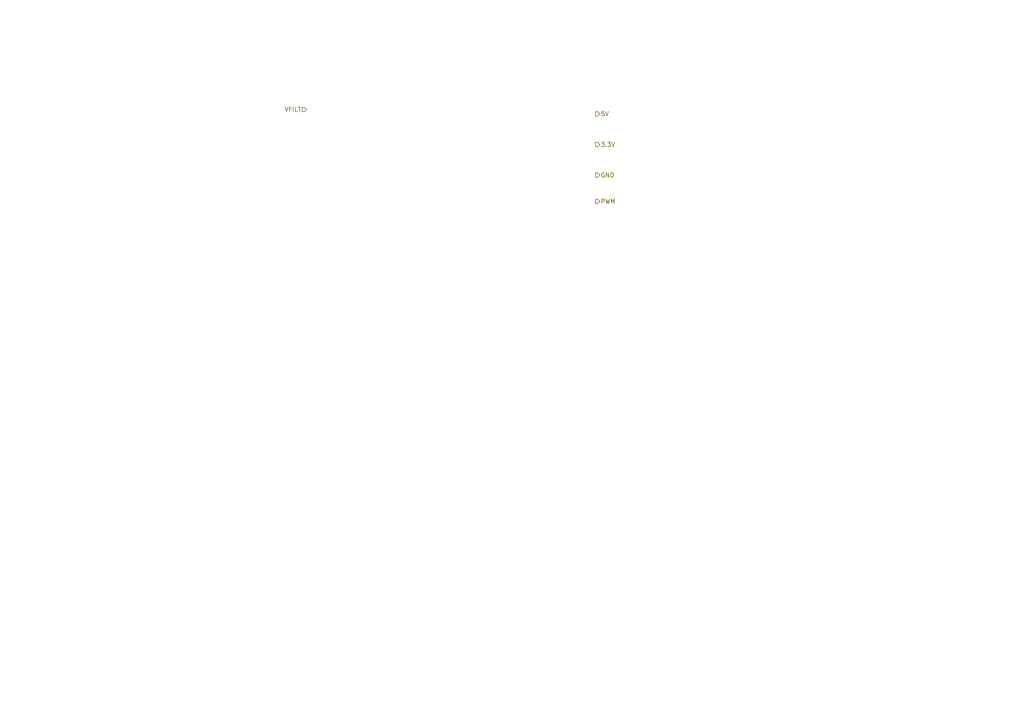
<source format=kicad_sch>
(kicad_sch
	(version 20231120)
	(generator "eeschema")
	(generator_version "8.0")
	(uuid "f85646d5-e1e1-4279-baa4-7a67d770a8b9")
	(paper "A4")
	(lib_symbols)
	(hierarchical_label "3.3V"
		(shape output)
		(at 172.72 41.91 0)
		(effects
			(font
				(size 1.27 1.27)
			)
			(justify left)
		)
		(uuid "15dbc826-b64f-44c8-b9f9-869e3aeb6e54")
	)
	(hierarchical_label "GND"
		(shape output)
		(at 172.72 50.8 0)
		(effects
			(font
				(size 1.27 1.27)
			)
			(justify left)
		)
		(uuid "46247ea2-4097-4a82-b664-d4f0de285651")
	)
	(hierarchical_label "VFILT"
		(shape input)
		(at 88.9 31.75 180)
		(effects
			(font
				(size 1.27 1.27)
			)
			(justify right)
		)
		(uuid "bb165474-5d36-4bc2-b00f-0ffcc3d2e68a")
	)
	(hierarchical_label "PWM"
		(shape output)
		(at 172.72 58.42 0)
		(effects
			(font
				(size 1.27 1.27)
			)
			(justify left)
		)
		(uuid "bd65c3da-0dcb-4ded-bba0-39cf6b7677a1")
	)
	(hierarchical_label "5V"
		(shape output)
		(at 172.72 33.02 0)
		(effects
			(font
				(size 1.27 1.27)
			)
			(justify left)
		)
		(uuid "c3017cdd-3466-4c72-828e-788968c43c5e")
	)
)

</source>
